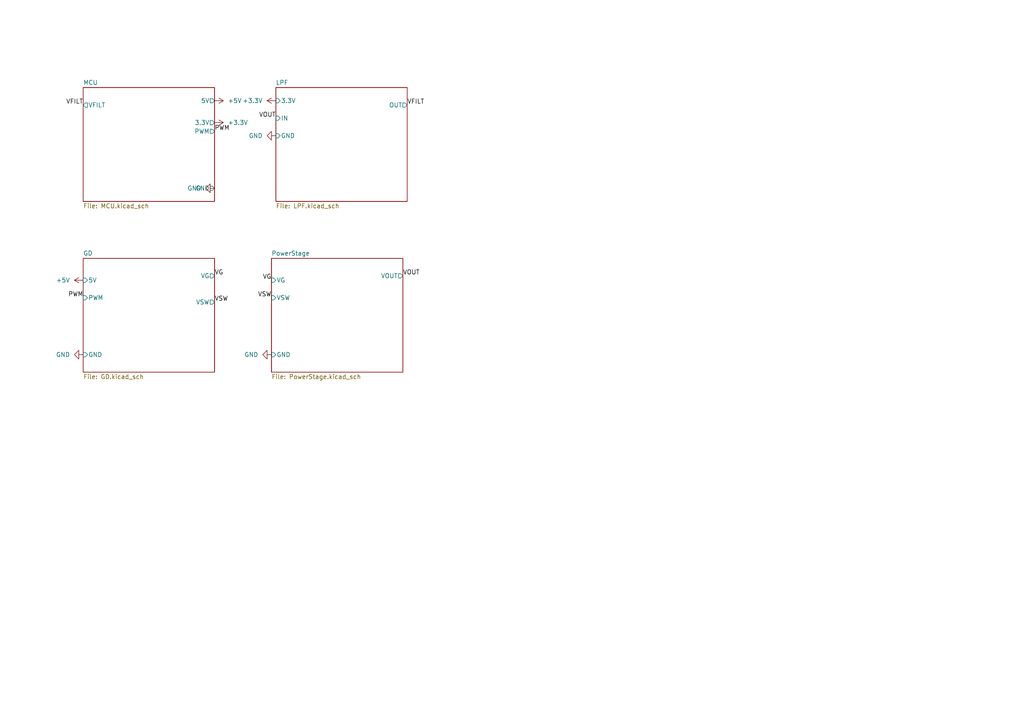
<source format=kicad_sch>
(kicad_sch (version 20231120) (generator "eeschema") (generator_version "8.0")
  (paper "A4")
  (title_block (title "Buck Converter") (date "2025-02-01") (rev "v0"))
  (lib_symbols
    (symbol "power:+3.3V" (power) (pin_numbers hide) (pin_names (offset 0) hide)
      (property "Value" "+3.3V" (at 0 3.556 0))
      (symbol "+3.3V_0_1"
        (polyline (pts (xy -0.762 1.27) (xy 0 2.54)))
        (polyline (pts (xy 0 0) (xy 0 2.54)))
        (polyline (pts (xy 0 2.54) (xy 0.762 1.27)))
      )
      (symbol "+3.3V_1_1"
        (pin power_in line (at 0 0 90) (length 0) (name "~") (number "1"))
      )
    )
    (symbol "power:+5V" (power) (pin_numbers hide) (pin_names (offset 0) hide)
      (property "Value" "+5V" (at 0 3.556 0))
      (symbol "+5V_0_1"
        (polyline (pts (xy -0.762 1.27) (xy 0 2.54)))
        (polyline (pts (xy 0 0) (xy 0 2.54)))
        (polyline (pts (xy 0 2.54) (xy 0.762 1.27)))
      )
      (symbol "+5V_1_1"
        (pin power_in line (at 0 0 90) (length 0) (name "~") (number "1"))
      )
    )
    (symbol "power:GND" (power) (pin_numbers hide) (pin_names (offset 0) hide)
      (property "Value" "GND" (at 0 -3.81 0))
      (symbol "GND_0_1"
        (polyline (pts (xy 0 0) (xy 0 -1.27) (xy 1.27 -1.27) (xy 0 -2.54) (xy -1.27 -1.27) (xy 0 -1.27)))
      )
      (symbol "GND_1_1"
        (pin power_in line (at 0 0 270) (length 0) (name "~") (number "1"))
      )
    )
  )
  (label "PWM" (at 24.13 86.36 180))
  (label "VOUT" (at 116.84 80.01 0))
  (label "PWM" (at 62.23 38.1 0))
  (label "VG" (at 78.74 81.28 180))
  (label "VG" (at 62.23 80.01 0))
  (label "VFILT" (at 24.13 30.48 180))
  (label "VOUT" (at 80.01 34.29 180))
  (label "VSW" (at 78.74 86.36 180))
  (label "VSW" (at 62.23 87.63 0))
  (label "VFILT" (at 118.11 30.48 0))
  (symbol (lib_id "power:GND") (at 62.23 54.61 270) (unit 1)
    (property "Reference" "#PWR01" (effects (hide yes)))
    (property "Value" "GND" (at 58.42 54.6099 90) (effects (justify right)))
    (property "Description" "Power symbol creates a global label with name \"GND\" , ground" (effects (hide yes)))
  )
  (symbol (lib_id "power:+3.3V") (at 80.01 29.21 90) (unit 1)
    (property "Reference" "#PWR06" (effects (hide yes)))
    (property "Value" "+3.3V" (at 76.2 29.2099 90) (effects (justify left)))
    (property "Description" "Power symbol creates a global label with name \"+3.3V\"" (effects (hide yes)))
  )
  (symbol (lib_id "power:+5V") (at 24.13 81.28 90) (unit 1)
    (property "Reference" "#PWR08" (effects (hide yes)))
    (property "Value" "+5V" (at 20.32 81.2799 90) (effects (justify left)))
    (property "Description" "Power symbol creates a global label with name \"+5V\"" (effects (hide yes)))
  )
  (symbol (lib_id "power:GND") (at 80.01 39.37 270) (unit 1)
    (property "Reference" "#PWR04" (effects (hide yes)))
    (property "Value" "GND" (at 76.2 39.3699 90) (effects (justify right)))
    (property "Description" "Power symbol creates a global label with name \"GND\" , ground" (effects (hide yes)))
  )
  (symbol (lib_id "power:+3.3V") (at 62.23 35.56 270) (unit 1)
    (property "Reference" "#PWR05" (effects (hide yes)))
    (property "Value" "+3.3V" (at 66.04 35.5599 90) (effects (justify left)))
    (property "Description" "Power symbol creates a global label with name \"+3.3V\"" (effects (hide yes)))
  )
  (symbol (lib_id "power:GND") (at 78.74 102.87 270) (unit 1)
    (property "Reference" "#PWR03" (effects (hide yes)))
    (property "Value" "GND" (at 74.93 102.8699 90) (effects (justify right)))
    (property "Description" "Power symbol creates a global label with name \"GND\" , ground" (effects (hide yes)))
  )
  (symbol (lib_id "power:+5V") (at 62.23 29.21 270) (unit 1)
    (property "Reference" "#PWR07" (effects (hide yes)))
    (property "Value" "+5V" (at 66.04 29.2099 90) (effects (justify left)))
    (property "Description" "Power symbol creates a global label with name \"+5V\"" (effects (hide yes)))
  )
  (symbol (lib_id "power:GND") (at 24.13 102.87 270) (unit 1)
    (property "Reference" "#PWR02" (effects (hide yes)))
    (property "Value" "GND" (at 20.32 102.8699 90) (effects (justify right)))
    (property "Description" "Power symbol creates a global label with name \"GND\" , ground" (effects (hide yes)))
  )
  (sheet (at 80.01 25.4) (size 38.1 33.02) (stroke (width 0.1524))
    (property "Sheetname" "LPF" (at 80.01 24.6884 0) (effects (justify left bottom)))
    (property "Sheetfile" "LPF.kicad_sch" (at 80.01 59.0046 0) (effects (justify left top)))
    (pin "3.3V" input (at 80.01 29.21 180))
    (pin "OUT" output (at 118.11 30.48 0))
    (pin "IN" input (at 80.01 34.29 180))
    (pin "GND" input (at 80.01 39.37 180))
  )
  (sheet (at 24.13 74.93) (size 38.1 33.02) (stroke (width 0.1524))
    (property "Sheetname" "GD" (at 24.13 74.2184 0) (effects (justify left bottom)))
    (property "Sheetfile" "GD.kicad_sch" (at 24.13 108.5346 0) (effects (justify left top)))
    (pin "5V" input (at 24.13 81.28 180))
    (pin "PWM" input (at 24.13 86.36 180))
    (pin "GND" input (at 24.13 102.87 180))
    (pin "VG" output (at 62.23 80.01 0))
    (pin "VSW" output (at 62.23 87.63 0))
  )
  (sheet (at 24.13 25.4) (size 38.1 33.02) (stroke (width 0.1524))
    (property "Sheetname" "MCU" (at 24.13 24.6884 0) (effects (justify left bottom)))
    (property "Sheetfile" "MCU.kicad_sch" (at 24.13 59.0046 0) (effects (justify left top)))
    (pin "VFILT" output (at 24.13 30.48 180))
    (pin "3.3V" output (at 62.23 35.56 0))
    (pin "GND" output (at 62.23 54.61 0))
    (pin "PWM" output (at 62.23 38.1 0))
    (pin "5V" output (at 62.23 29.21 0))
  )
  (sheet (at 78.74 74.93) (size 38.1 33.02) (stroke (width 0.1524))
    (property "Sheetname" "PowerStage" (at 78.74 74.2184 0) (effects (justify left bottom)))
    (property "Sheetfile" "PowerStage.kicad_sch" (at 78.74 108.5346 0) (effects (justify left top)))
    (pin "VG" input (at 78.74 81.28 180))
    (pin "VSW" input (at 78.74 86.36 180))
    (pin "GND" input (at 78.74 102.87 180))
    (pin "VOUT" output (at 116.84 80.01 0))
  )
)
</source>
